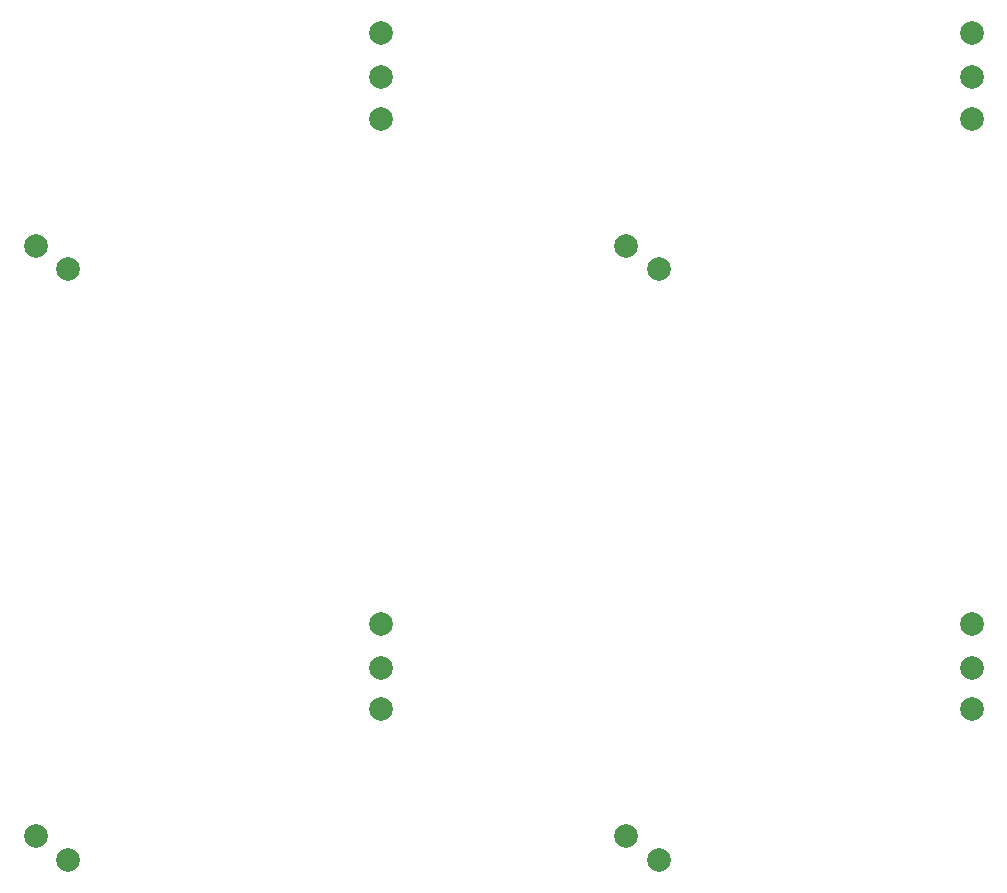
<source format=gbp>
G04 #@! TF.FileFunction,Paste,Bot*
%FSLAX46Y46*%
G04 Gerber Fmt 4.6, Leading zero omitted, Abs format (unit mm)*
G04 Created by KiCad (PCBNEW 4.0.7) date Wednesday 08 November 2017 'à' 20:08:32*
%MOMM*%
%LPD*%
G01*
G04 APERTURE LIST*
%ADD10C,0.100000*%
%ADD11C,2.000000*%
G04 APERTURE END LIST*
D10*
D11*
X212500000Y-133750000D03*
X162500000Y-133750000D03*
X212500000Y-83750000D03*
X212500000Y-137250000D03*
X162500000Y-137250000D03*
X212500000Y-87250000D03*
X212500000Y-130000000D03*
X162500000Y-130000000D03*
X212500000Y-80000000D03*
X183250000Y-148000000D03*
X133250000Y-148000000D03*
X183250000Y-98000000D03*
X186000000Y-150000000D03*
X136000000Y-150000000D03*
X186000000Y-100000000D03*
X133250000Y-98000000D03*
X162500000Y-87250000D03*
X162500000Y-83750000D03*
X162500000Y-80000000D03*
X136000000Y-100000000D03*
M02*

</source>
